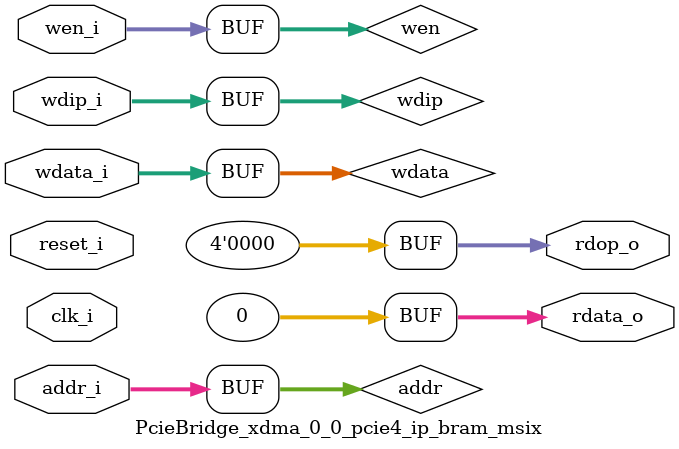
<source format=v>
`timescale 1ps/1ps

(* DowngradeIPIdentifiedWarnings = "yes" *)
module PcieBridge_xdma_0_0_pcie4_ip_bram_msix #(

  parameter           TCQ = 100
, parameter           TO_RAM_PIPELINE="FALSE"
, parameter           FROM_RAM_PIPELINE="FALSE"
, parameter           MSIX_CAP_TABLE_SIZE=11'h0
, parameter           MSIX_TABLE_RAM_ENABLE="FALSE"

  ) (

  input  wire         clk_i,
  input  wire         reset_i,

  input  wire  [12:0] addr_i,
  input  wire  [31:0] wdata_i,
  input  wire   [3:0] wdip_i,
  input  wire   [3:0] wen_i,
  output wire  [31:0] rdata_o,
  output wire   [3:0] rdop_o

  );

  // WIP : Use Total number of functions (PFs + VFs) to calculate the NUM_BRAM_4K
  localparam integer NUM_BRAM_4K = (MSIX_TABLE_RAM_ENABLE == "TRUE") ? 8 : 0 ;
 

  reg          [12:0] addr;
  reg          [12:0] addr_p0;
  reg          [12:0] addr_p1;
  reg          [31:0] wdata;
  reg           [3:0] wdip;
  reg           [3:0] wen;
  reg          [31:0] reg_rdata;
  reg           [3:0] reg_rdop;
  wire         [31:0] rdata;
  wire          [3:0] rdop;
  genvar              i;
  wire    [(8*4)-1:0] bram_4k_wen;
  wire   [(8*32)-1:0] rdata_t;
  wire    [(8*4)-1:0] rdop_t;

  //
  // Optional input pipe stages
  //
  generate

    if (TO_RAM_PIPELINE == "TRUE") begin : TORAMPIPELINE

      always @(posedge clk_i) begin
     
        if (reset_i) begin

          addr <= #(TCQ) 13'b0;
          wdata <= #(TCQ) 32'b0;
          wdip <= #(TCQ) 4'b0;
          wen <= #(TCQ) 4'b0;

        end else begin

          addr <= #(TCQ) addr_i;
          wdata <= #(TCQ) wdata_i;
          wdip <= #(TCQ) wdip_i;
          wen <= #(TCQ) wen_i;

        end

      end

    end else begin : NOTORAMPIPELINE

      always @(*) begin

          addr = addr_i;
          wdata = wdata_i;
          wdip = wdip_i;
          wen = wen_i;

      end


    end

  endgenerate

  // 
  // Address pipeline
  //
  always @(posedge clk_i) begin
     
    if (reset_i) begin

      addr_p0 <= #(TCQ) 13'b0;
      addr_p1 <= #(TCQ) 13'b0;

    end else begin

      addr_p0 <= #(TCQ) addr;
      addr_p1 <= #(TCQ) addr_p0;

    end

  end

  //
  // Optional output pipe stages
  //
  generate

    if (FROM_RAM_PIPELINE == "TRUE") begin : FRMRAMPIPELINE


      always @(posedge clk_i) begin
     
        if (reset_i) begin

          reg_rdata <= #(TCQ) 32'b0;
          reg_rdop <= #(TCQ) 4'b0;

        end else begin

          case (addr_p1[12:10]) 
            3'b000 : begin
              reg_rdata <= #(TCQ) rdata_t[(32*(0))+31:(32*(0))+0];
              reg_rdop <= #(TCQ) rdop_t[(4*(0))+3:(4*(0))+0];
            end
            3'b001 : begin
              reg_rdata <= #(TCQ) rdata_t[(32*(1))+31:(32*(1))+0];
              reg_rdop <= #(TCQ) rdop_t[(4*(1))+3:(4*(1))+0];
            end
            3'b010 : begin
              reg_rdata <= #(TCQ) rdata_t[(32*(2))+31:(32*(2))+0];
              reg_rdop <= #(TCQ) rdop_t[(4*(2))+3:(4*(2))+0];
            end
            3'b011 : begin
              reg_rdata <= #(TCQ) rdata_t[(32*(3))+31:(32*(3))+0];
              reg_rdop <= #(TCQ) rdop_t[(4*(3))+3:(4*(3))+0];
            end
            3'b100 : begin
              reg_rdata <= #(TCQ) rdata_t[(32*(4))+31:(32*(4))+0];
              reg_rdop <= #(TCQ) rdop_t[(4*(4))+3:(4*(4))+0];
            end
            3'b101 : begin
              reg_rdata <= #(TCQ) rdata_t[(32*(5))+31:(32*(5))+0];
              reg_rdop <= #(TCQ) rdop_t[(4*(5))+3:(4*(5))+0];
            end
            3'b110 : begin
              reg_rdata <= #(TCQ) rdata_t[(32*(6))+31:(32*(6))+0];
              reg_rdop <= #(TCQ) rdop_t[(4*(6))+3:(4*(6))+0];
            end
            3'b111 : begin
              reg_rdata <= #(TCQ) rdata_t[(32*(7))+31:(32*(7))+0];
              reg_rdop <= #(TCQ) rdop_t[(4*(7))+3:(4*(7))+0];
            end
          endcase

        end

      end

    end else begin : NOFRMRAMPIPELINE

      always @(*) begin

          case (addr_p1[12:10]) 
            3'b000 : begin
              reg_rdata <= #(TCQ) rdata_t[(32*(0))+31:(32*(0))+0];
              reg_rdop <= #(TCQ) rdop_t[(4*(0))+3:(4*(0))+0];
            end
            3'b001 : begin
              reg_rdata <= #(TCQ) rdata_t[(32*(1))+31:(32*(1))+0];
              reg_rdop <= #(TCQ) rdop_t[(4*(1))+3:(4*(1))+0];
            end
            3'b010 : begin
              reg_rdata <= #(TCQ) rdata_t[(32*(2))+31:(32*(2))+0];
              reg_rdop <= #(TCQ) rdop_t[(4*(2))+3:(4*(2))+0];
            end
            3'b011 : begin
              reg_rdata <= #(TCQ) rdata_t[(32*(3))+31:(32*(3))+0];
              reg_rdop <= #(TCQ) rdop_t[(4*(3))+3:(4*(3))+0];
            end
            3'b100 : begin
              reg_rdata <= #(TCQ) rdata_t[(32*(4))+31:(32*(4))+0];
              reg_rdop <= #(TCQ) rdop_t[(4*(4))+3:(4*(4))+0];
            end
            3'b101 : begin
              reg_rdata <= #(TCQ) rdata_t[(32*(5))+31:(32*(5))+0];
              reg_rdop <= #(TCQ) rdop_t[(4*(5))+3:(4*(5))+0];
            end
            3'b110 : begin
              reg_rdata <= #(TCQ) rdata_t[(32*(6))+31:(32*(6))+0];
              reg_rdop <= #(TCQ) rdop_t[(4*(6))+3:(4*(6))+0];
            end
            3'b111 : begin
              reg_rdata <= #(TCQ) rdata_t[(32*(7))+31:(32*(7))+0];
              reg_rdop <= #(TCQ) rdop_t[(4*(7))+3:(4*(7))+0];
            end
          endcase

      end

    end
  
  endgenerate

  assign rdata_o = (MSIX_TABLE_RAM_ENABLE == "TRUE") ?  reg_rdata : 32'h0;
  assign rdop_o = (MSIX_TABLE_RAM_ENABLE == "TRUE") ? reg_rdop : 4'h0;

  generate 
  
    for (i=0; i<NUM_BRAM_4K; i=i+1) begin : BRAM4K

      PcieBridge_xdma_0_0_pcie4_ip_bram_4k_int #(
          .TCQ(TCQ)
        )
        bram_4k_int (
    
          .clk_i (clk_i),
          .reset_i (reset_i),
    
          .addr_i(addr[9:0]),
          .wdata_i(wdata),
          .wdip_i(wdip),
          .wen_i(bram_4k_wen[(4*(i))+3:(4*(i))+0]),
          .rdata_o(rdata_t[(32*i)+31:(32*i)+0]),
          .rdop_o(rdop_t[(4*i)+3:(4*i)+0]),
          .baddr_i(10'b0),
          .brdata_o()

      );
      assign bram_4k_wen[(4*(i))+3:(4*(i))+0] = wen & {4{(i == addr[12:10])}};  
      
    end

  endgenerate

endmodule

</source>
